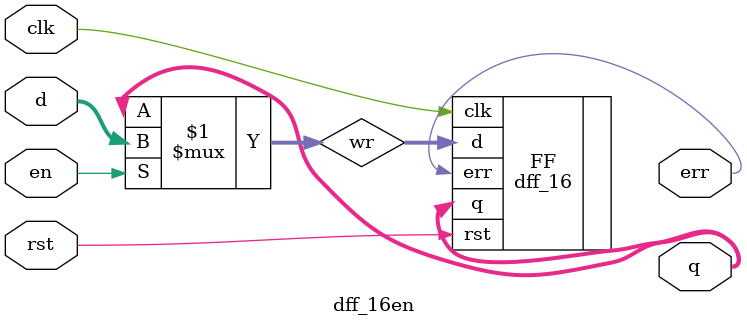
<source format=v>

`default_nettype none
module dff_16en(
            // Output
            q, err, en,
            // Inputs
            d, clk, rst
            );
    parameter REG_WIDTH = 16;
    input wire[15:0]  d;
    input wire en, clk, rst;
    output wire[15:0] q;
    output wire err;
   wire[15:0] wr;
   assign wr = en ? d : q;
   dff_16 FF(.q(q), .err(err), .d(wr), .clk(clk), .rst(rst));
endmodule
`default_nettype wire

</source>
